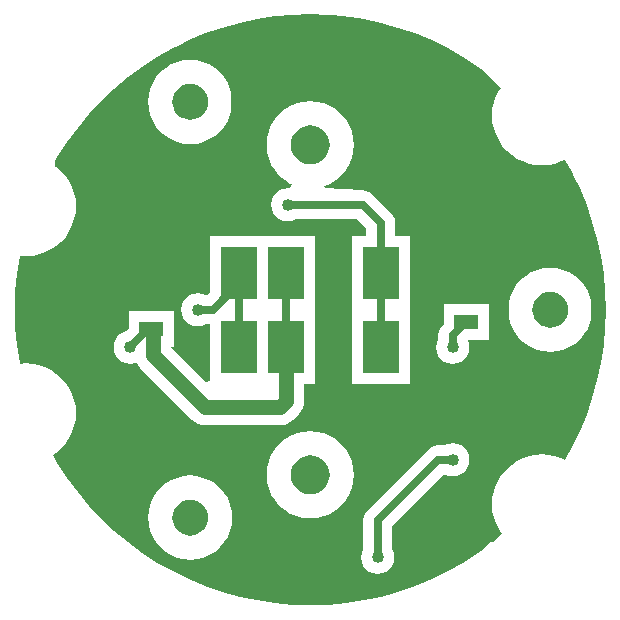
<source format=gbl>
%FSLAX25Y25*%
%MOIN*%
G70*
G01*
G75*
G04 Layer_Physical_Order=2*
G04 Layer_Color=65280*
%ADD10P,0.08352X4X360.0*%
%ADD11P,0.08352X4X270.0*%
%ADD12P,0.08352X4X75.0*%
%ADD13P,0.08352X4X115.0*%
%ADD14P,0.08352X4X155.0*%
%ADD15P,0.08352X4X195.0*%
%ADD16P,0.08352X4X235.0*%
%ADD17P,0.08352X4X275.0*%
%ADD18R,0.05906X0.05906*%
%ADD19P,0.08352X4X355.0*%
%ADD20P,0.08352X4X395.0*%
%ADD21R,0.05906X0.05906*%
%ADD22C,0.02500*%
%ADD23C,0.04000*%
%ADD24R,0.12205X0.17716*%
%ADD25R,0.08000X0.05000*%
%ADD26C,0.05000*%
G36*
X1405947Y1098314D02*
X1411872Y1097776D01*
X1412288Y1097712D01*
X1412500Y1097500D01*
X1413683D01*
X1417754Y1096880D01*
X1423571Y1095632D01*
X1429302Y1094034D01*
X1434926Y1092093D01*
X1440423Y1089816D01*
X1445772Y1087212D01*
X1450955Y1084289D01*
X1455951Y1081059D01*
X1457807Y1079693D01*
X1463459Y1074041D01*
X1462823Y1073090D01*
X1461863Y1071141D01*
X1461164Y1069084D01*
X1460740Y1066953D01*
X1460598Y1064785D01*
X1460740Y1062617D01*
X1461164Y1060486D01*
X1461863Y1058429D01*
X1462823Y1056480D01*
X1464031Y1054674D01*
X1465463Y1053040D01*
X1467097Y1051608D01*
X1468903Y1050401D01*
X1470852Y1049440D01*
X1472909Y1048742D01*
X1475040Y1048318D01*
X1477208Y1048176D01*
X1479376Y1048318D01*
X1481507Y1048742D01*
X1483564Y1049440D01*
X1484800Y1050049D01*
X1487212Y1045772D01*
X1487500Y1045181D01*
Y1045000D01*
X1487671Y1044829D01*
X1489816Y1040423D01*
X1492093Y1034926D01*
X1494034Y1029302D01*
X1495632Y1023571D01*
X1496880Y1017754D01*
X1497776Y1011872D01*
X1498314Y1005947D01*
X1498494Y1000000D01*
X1498314Y994053D01*
X1497776Y988128D01*
X1496880Y982246D01*
X1495632Y976429D01*
X1494034Y970698D01*
X1492093Y965074D01*
X1489816Y959577D01*
X1487212Y954228D01*
X1484800Y949951D01*
X1483564Y950560D01*
X1481507Y951258D01*
X1479376Y951682D01*
X1477208Y951824D01*
X1475040Y951682D01*
X1472909Y951258D01*
X1470852Y950560D01*
X1468903Y949599D01*
X1467097Y948392D01*
X1465463Y946960D01*
X1464031Y945326D01*
X1462823Y943520D01*
X1461863Y941571D01*
X1461164Y939514D01*
X1460740Y937383D01*
X1460598Y935215D01*
X1460740Y933047D01*
X1461164Y930916D01*
X1461863Y928859D01*
X1462823Y926910D01*
X1463986Y925170D01*
X1460782Y922500D01*
X1460000D01*
X1457807Y920307D01*
X1455951Y918941D01*
X1450955Y915711D01*
X1445772Y912788D01*
X1440423Y910184D01*
X1434926Y907907D01*
X1429302Y905966D01*
X1423571Y904368D01*
X1417754Y903120D01*
X1411872Y902224D01*
X1405947Y901686D01*
X1400000Y901506D01*
X1394053Y901686D01*
X1388128Y902224D01*
X1382246Y903120D01*
X1376429Y904368D01*
X1370698Y905966D01*
X1365074Y907907D01*
X1359577Y910184D01*
X1354228Y912788D01*
X1349045Y915711D01*
X1344049Y918941D01*
X1339257Y922467D01*
X1334687Y926276D01*
X1330354Y930354D01*
X1326276Y934687D01*
X1322467Y939257D01*
X1318941Y944049D01*
X1315711Y949045D01*
X1314272Y951597D01*
X1315402Y952352D01*
X1317035Y953784D01*
X1318468Y955418D01*
X1319675Y957224D01*
X1320636Y959173D01*
X1321334Y961230D01*
X1321758Y963361D01*
X1321900Y965529D01*
X1321758Y967697D01*
X1321334Y969827D01*
X1320636Y971885D01*
X1319675Y973833D01*
X1318468Y975640D01*
X1317035Y977273D01*
X1315402Y978706D01*
X1313595Y979913D01*
X1311647Y980874D01*
X1309590Y981572D01*
X1307459Y981996D01*
X1305291Y982138D01*
X1303173Y981999D01*
X1303120Y982246D01*
X1302224Y988128D01*
X1301686Y994053D01*
X1301506Y1000000D01*
X1301686Y1005947D01*
X1302224Y1011872D01*
X1303120Y1017754D01*
X1303173Y1018001D01*
X1305291Y1017862D01*
X1307459Y1018004D01*
X1309590Y1018428D01*
X1311647Y1019126D01*
X1313595Y1020087D01*
X1315402Y1021294D01*
X1317035Y1022727D01*
X1318468Y1024360D01*
X1319675Y1026167D01*
X1320636Y1028115D01*
X1321334Y1030173D01*
X1321758Y1032303D01*
X1321900Y1034471D01*
X1321758Y1036639D01*
X1321334Y1038770D01*
X1320636Y1040827D01*
X1319675Y1042776D01*
X1318468Y1044582D01*
X1317035Y1046216D01*
X1315402Y1047648D01*
X1315000Y1047917D01*
Y1049694D01*
X1315711Y1050955D01*
X1318941Y1055951D01*
X1322467Y1060743D01*
X1326276Y1065313D01*
X1330354Y1069646D01*
X1334687Y1073724D01*
X1339257Y1077533D01*
X1344049Y1081059D01*
X1349045Y1084289D01*
X1354228Y1087212D01*
X1354819Y1087500D01*
X1355000D01*
X1355171Y1087671D01*
X1359577Y1089816D01*
X1365074Y1092093D01*
X1370698Y1094034D01*
X1376429Y1095632D01*
X1382246Y1096880D01*
X1388128Y1097776D01*
X1394053Y1098314D01*
X1400000Y1098494D01*
X1405947Y1098314D01*
D02*
G37*
%LPC*%
G36*
X1480000Y1014043D02*
X1477803Y1013870D01*
X1475660Y1013356D01*
X1473625Y1012513D01*
X1471746Y1011361D01*
X1470070Y1009930D01*
X1468639Y1008254D01*
X1467487Y1006376D01*
X1466644Y1004340D01*
X1466130Y1002197D01*
X1465957Y1000000D01*
X1466130Y997803D01*
X1466644Y995660D01*
X1467487Y993624D01*
X1468639Y991746D01*
X1470070Y990070D01*
X1471746Y988639D01*
X1473625Y987487D01*
X1475660Y986644D01*
X1477803Y986130D01*
X1480000Y985957D01*
X1482197Y986130D01*
X1484340Y986644D01*
X1486376Y987487D01*
X1488254Y988639D01*
X1489930Y990070D01*
X1491361Y991746D01*
X1492513Y993624D01*
X1493356Y995660D01*
X1493870Y997803D01*
X1494043Y1000000D01*
X1493870Y1002197D01*
X1493356Y1004340D01*
X1492513Y1006376D01*
X1491361Y1008254D01*
X1489930Y1009930D01*
X1488254Y1011361D01*
X1486376Y1012513D01*
X1484340Y1013356D01*
X1482197Y1013870D01*
X1480000Y1014043D01*
D02*
G37*
G36*
X1400000Y959545D02*
X1397725Y959366D01*
X1395505Y958833D01*
X1393397Y957959D01*
X1391451Y956767D01*
X1389715Y955285D01*
X1388233Y953549D01*
X1387041Y951603D01*
X1386167Y949495D01*
X1385634Y947275D01*
X1385455Y945000D01*
X1385634Y942725D01*
X1386167Y940505D01*
X1387041Y938397D01*
X1388233Y936451D01*
X1389715Y934715D01*
X1391451Y933233D01*
X1393397Y932041D01*
X1395505Y931167D01*
X1397725Y930634D01*
X1400000Y930455D01*
X1402275Y930634D01*
X1404495Y931167D01*
X1406603Y932041D01*
X1408549Y933233D01*
X1410285Y934715D01*
X1411767Y936451D01*
X1412959Y938397D01*
X1413833Y940505D01*
X1414366Y942725D01*
X1414545Y945000D01*
X1414366Y947275D01*
X1413833Y949495D01*
X1412959Y951603D01*
X1411767Y953549D01*
X1410285Y955285D01*
X1408549Y956767D01*
X1406603Y957959D01*
X1404495Y958833D01*
X1402275Y959366D01*
X1400000Y959545D01*
D02*
G37*
G36*
X1447500Y955548D02*
X1446064Y955358D01*
X1444726Y954804D01*
X1444709Y954791D01*
X1442500D01*
X1441260Y954628D01*
X1440104Y954149D01*
X1439112Y953388D01*
X1419112Y933388D01*
X1418351Y932395D01*
X1418211Y932057D01*
X1417872Y931240D01*
X1417709Y930000D01*
Y920291D01*
X1417696Y920274D01*
X1417142Y918936D01*
X1416953Y917500D01*
X1417142Y916064D01*
X1417696Y914726D01*
X1418577Y913577D01*
X1419726Y912696D01*
X1421064Y912142D01*
X1422500Y911952D01*
X1423936Y912142D01*
X1425274Y912696D01*
X1426423Y913577D01*
X1427304Y914726D01*
X1427858Y916064D01*
X1428047Y917500D01*
X1427858Y918936D01*
X1427304Y920274D01*
X1427291Y920291D01*
Y928016D01*
X1444485Y945209D01*
X1444709D01*
X1444726Y945196D01*
X1446064Y944642D01*
X1447500Y944452D01*
X1448936Y944642D01*
X1450274Y945196D01*
X1451423Y946077D01*
X1452304Y947226D01*
X1452858Y948564D01*
X1453047Y950000D01*
X1452858Y951436D01*
X1452304Y952774D01*
X1451423Y953923D01*
X1450274Y954804D01*
X1448936Y955358D01*
X1447500Y955548D01*
D02*
G37*
G36*
X1459500Y1002000D02*
X1444500D01*
Y995275D01*
X1444112Y994888D01*
X1443351Y993896D01*
X1443211Y993557D01*
X1442872Y992740D01*
X1442709Y991500D01*
Y990291D01*
X1442696Y990274D01*
X1442142Y988936D01*
X1441953Y987500D01*
X1442142Y986064D01*
X1442696Y984726D01*
X1443577Y983577D01*
X1444726Y982696D01*
X1446064Y982142D01*
X1447500Y981952D01*
X1448936Y982142D01*
X1450274Y982696D01*
X1451423Y983577D01*
X1452304Y984726D01*
X1452858Y986064D01*
X1453047Y987500D01*
X1452858Y988936D01*
X1452522Y989747D01*
X1452775Y990000D01*
X1459500D01*
Y1002000D01*
D02*
G37*
G36*
X1401602Y1024465D02*
X1366650D01*
Y1005925D01*
X1365516Y1004791D01*
X1365291D01*
X1365274Y1004804D01*
X1363936Y1005358D01*
X1362500Y1005548D01*
X1361064Y1005358D01*
X1359726Y1004804D01*
X1358577Y1003923D01*
X1357696Y1002774D01*
X1357142Y1001436D01*
X1356952Y1000000D01*
X1357142Y998564D01*
X1357696Y997226D01*
X1358577Y996077D01*
X1359726Y995196D01*
X1361064Y994642D01*
X1362500Y994452D01*
X1363936Y994642D01*
X1365274Y995196D01*
X1365291Y995209D01*
X1366650D01*
Y976337D01*
X1365264Y975763D01*
X1353529Y987497D01*
Y987500D01*
X1354500D01*
Y999500D01*
X1347295D01*
X1347000Y999529D01*
X1346705Y999500D01*
X1339500D01*
Y993775D01*
X1338586Y992861D01*
X1338564Y992858D01*
X1337226Y992304D01*
X1336077Y991423D01*
X1335196Y990274D01*
X1334642Y988936D01*
X1334453Y987500D01*
X1334642Y986064D01*
X1335196Y984726D01*
X1336077Y983577D01*
X1337226Y982696D01*
X1338564Y982142D01*
X1340000Y981952D01*
X1341436Y982142D01*
X1342082Y982409D01*
X1342487Y981650D01*
X1343237Y980737D01*
X1343237Y980737D01*
X1343237Y980737D01*
X1360737Y963237D01*
Y963237D01*
D01*
D01*
X1360737Y963237D01*
Y963237D01*
D01*
Y963237D01*
X1360737Y963237D01*
X1361650Y962487D01*
X1362693Y961930D01*
D01*
X1362693D01*
X1362693Y961930D01*
D01*
D01*
D01*
X1362693D01*
D01*
D01*
X1362693D01*
D01*
D01*
Y961930D01*
X1363824Y961587D01*
X1365000Y961471D01*
X1390000D01*
X1391176Y961587D01*
X1392307Y961930D01*
Y961930D01*
X1392307D01*
X1392307Y961930D01*
X1392307D01*
Y961930D01*
D01*
D01*
D01*
Y961930D01*
D01*
D01*
D01*
D01*
D01*
Y961930D01*
D01*
D01*
X1392307D01*
D01*
X1393350Y962487D01*
X1394263Y963237D01*
Y963237D01*
X1394263D01*
D01*
D01*
D01*
D01*
D01*
D01*
X1394263D01*
D01*
X1394263D01*
Y963237D01*
D01*
D01*
D01*
D01*
Y963237D01*
D01*
D01*
D01*
Y963237D01*
D01*
D01*
X1394263D01*
D01*
D01*
D01*
D01*
D01*
X1396263Y965237D01*
Y965237D01*
D01*
D01*
D01*
X1396263Y965237D01*
Y965237D01*
D01*
D01*
Y965237D01*
X1396263D01*
D01*
D01*
X1396263D01*
D01*
D01*
Y965237D01*
D01*
D01*
D01*
Y965237D01*
D01*
D01*
X1396263D01*
D01*
X1396263Y965237D01*
D01*
D01*
X1397013Y966150D01*
X1397570Y967193D01*
Y967193D01*
X1397570D01*
D01*
D01*
D01*
D01*
X1397570D01*
D01*
D01*
D01*
Y967193D01*
X1397570D01*
D01*
Y967193D01*
D01*
D01*
D01*
D01*
D01*
D01*
D01*
D01*
D01*
D01*
D01*
D01*
Y967193D01*
D01*
X1397570D01*
D01*
D01*
D01*
D01*
X1397570Y967193D01*
X1397913Y968324D01*
X1398029Y969500D01*
D01*
D01*
D01*
D01*
D01*
X1398029D01*
D01*
D01*
D01*
Y969500D01*
X1398029D01*
D01*
Y969500D01*
D01*
D01*
D01*
D01*
D01*
D01*
D01*
D01*
D01*
D01*
D01*
D01*
Y969500D01*
D01*
X1398029D01*
D01*
D01*
D01*
D01*
X1398029Y969500D01*
Y975142D01*
X1401602D01*
Y999748D01*
Y1024465D01*
D02*
G37*
G36*
X1360000Y1083325D02*
X1357803Y1083152D01*
X1355660Y1082638D01*
X1353625Y1081795D01*
X1351746Y1080643D01*
X1350070Y1079212D01*
X1348639Y1077536D01*
X1347487Y1075658D01*
X1346644Y1073622D01*
X1346130Y1071479D01*
X1345957Y1069282D01*
X1346130Y1067085D01*
X1346644Y1064942D01*
X1347487Y1062906D01*
X1348639Y1061028D01*
X1350070Y1059352D01*
X1351746Y1057921D01*
X1353625Y1056769D01*
X1355660Y1055926D01*
X1357803Y1055412D01*
X1360000Y1055239D01*
X1362197Y1055412D01*
X1364340Y1055926D01*
X1366376Y1056769D01*
X1368254Y1057921D01*
X1369930Y1059352D01*
X1371361Y1061028D01*
X1372513Y1062906D01*
X1373356Y1064942D01*
X1373870Y1067085D01*
X1374043Y1069282D01*
X1373870Y1071479D01*
X1373356Y1073622D01*
X1372513Y1075658D01*
X1371361Y1077536D01*
X1369930Y1079212D01*
X1368254Y1080643D01*
X1366376Y1081795D01*
X1364340Y1082638D01*
X1362197Y1083152D01*
X1360000Y1083325D01*
D02*
G37*
G36*
X1400000Y1069545D02*
X1397725Y1069366D01*
X1395505Y1068833D01*
X1393397Y1067959D01*
X1391451Y1066767D01*
X1389715Y1065285D01*
X1388233Y1063549D01*
X1387041Y1061603D01*
X1386167Y1059495D01*
X1385634Y1057275D01*
X1385455Y1055000D01*
X1385634Y1052725D01*
X1386167Y1050505D01*
X1387041Y1048397D01*
X1388233Y1046451D01*
X1389715Y1044715D01*
X1391451Y1043233D01*
X1393397Y1042041D01*
X1393790Y1041878D01*
X1393402Y1040429D01*
X1392500Y1040547D01*
X1391064Y1040358D01*
X1389726Y1039804D01*
X1388577Y1038923D01*
X1387696Y1037774D01*
X1387142Y1036436D01*
X1386952Y1035000D01*
X1387142Y1033564D01*
X1387696Y1032226D01*
X1388577Y1031077D01*
X1389726Y1030196D01*
X1391064Y1029642D01*
X1392500Y1029453D01*
X1393936Y1029642D01*
X1395274Y1030196D01*
X1395291Y1030209D01*
X1415516D01*
X1418705Y1027019D01*
Y1024465D01*
X1413894D01*
Y999748D01*
Y975142D01*
X1433098D01*
Y999748D01*
Y1024465D01*
X1428287D01*
Y1029004D01*
X1428124Y1030244D01*
X1427645Y1031399D01*
X1426884Y1032392D01*
X1420888Y1038388D01*
D01*
X1420888Y1038388D01*
D01*
D01*
D01*
X1420888Y1038388D01*
X1420888Y1038388D01*
X1419895Y1039149D01*
X1419557Y1039289D01*
X1418740Y1039628D01*
X1417500Y1039791D01*
X1417500D01*
X1404860Y1040582D01*
X1404724Y1041262D01*
X1406603Y1042041D01*
X1408549Y1043233D01*
X1410285Y1044715D01*
X1411767Y1046451D01*
X1412959Y1048397D01*
X1413833Y1050505D01*
X1414366Y1052725D01*
X1414545Y1055000D01*
X1414366Y1057275D01*
X1413833Y1059495D01*
X1412959Y1061603D01*
X1411767Y1063549D01*
X1410285Y1065285D01*
X1408549Y1066767D01*
X1406603Y1067959D01*
X1404495Y1068833D01*
X1402275Y1069366D01*
X1400000Y1069545D01*
D02*
G37*
G36*
X1360000Y944761D02*
X1357803Y944588D01*
X1355660Y944074D01*
X1353625Y943231D01*
X1351746Y942079D01*
X1350070Y940648D01*
X1348639Y938972D01*
X1347487Y937094D01*
X1346644Y935058D01*
X1346130Y932915D01*
X1345957Y930718D01*
X1346130Y928521D01*
X1346644Y926378D01*
X1347487Y924342D01*
X1348639Y922464D01*
X1350070Y920788D01*
X1351746Y919357D01*
X1353625Y918205D01*
X1355660Y917362D01*
X1357803Y916848D01*
X1360000Y916675D01*
X1362197Y916848D01*
X1364340Y917362D01*
X1366376Y918205D01*
X1368254Y919357D01*
X1369930Y920788D01*
X1371361Y922464D01*
X1372513Y924342D01*
X1373356Y926378D01*
X1373870Y928521D01*
X1374043Y930718D01*
X1373870Y932915D01*
X1373356Y935058D01*
X1372513Y937094D01*
X1371361Y938972D01*
X1369930Y940648D01*
X1368254Y942079D01*
X1366376Y943231D01*
X1364340Y944074D01*
X1362197Y944588D01*
X1360000Y944761D01*
D02*
G37*
%LPD*%
G36*
X1361166Y936581D02*
X1362288Y936240D01*
X1363321Y935688D01*
X1364227Y934945D01*
X1364970Y934039D01*
X1365523Y933006D01*
X1365863Y931884D01*
X1365978Y930718D01*
X1365863Y929552D01*
X1365523Y928430D01*
X1364970Y927397D01*
X1364227Y926491D01*
X1363321Y925748D01*
X1362288Y925195D01*
X1361166Y924855D01*
X1360000Y924740D01*
X1358834Y924855D01*
X1357712Y925195D01*
X1356679Y925748D01*
X1355773Y926491D01*
X1355030Y927397D01*
X1354477Y928430D01*
X1354137Y929552D01*
X1354022Y930718D01*
X1354137Y931884D01*
X1354477Y933006D01*
X1355030Y934039D01*
X1355773Y934945D01*
X1356679Y935688D01*
X1357712Y936240D01*
X1358834Y936581D01*
X1360000Y936696D01*
X1361166Y936581D01*
D02*
G37*
G36*
X1401264Y951355D02*
X1402480Y950987D01*
X1403600Y950388D01*
X1404582Y949582D01*
X1405388Y948600D01*
X1405987Y947480D01*
X1406355Y946264D01*
X1406480Y945000D01*
X1406355Y943736D01*
X1405987Y942520D01*
X1405388Y941400D01*
X1404582Y940418D01*
X1403600Y939612D01*
X1402480Y939013D01*
X1401264Y938645D01*
X1400000Y938520D01*
X1398736Y938645D01*
X1397520Y939013D01*
X1396400Y939612D01*
X1395418Y940418D01*
X1394612Y941400D01*
X1394013Y942520D01*
X1393645Y943736D01*
X1393520Y945000D01*
X1393645Y946264D01*
X1394013Y947480D01*
X1394612Y948600D01*
X1395418Y949582D01*
X1396400Y950388D01*
X1397520Y950987D01*
X1398736Y951355D01*
X1400000Y951480D01*
X1401264Y951355D01*
D02*
G37*
G36*
X1361166Y1075145D02*
X1362288Y1074805D01*
X1363321Y1074252D01*
X1364227Y1073509D01*
X1364970Y1072603D01*
X1365523Y1071570D01*
X1365863Y1070448D01*
X1365978Y1069282D01*
X1365863Y1068116D01*
X1365523Y1066994D01*
X1364970Y1065961D01*
X1364227Y1065055D01*
X1363321Y1064312D01*
X1362288Y1063760D01*
X1361166Y1063419D01*
X1360000Y1063304D01*
X1358834Y1063419D01*
X1357712Y1063760D01*
X1356679Y1064312D01*
X1355773Y1065055D01*
X1355030Y1065961D01*
X1354477Y1066994D01*
X1354137Y1068116D01*
X1354022Y1069282D01*
X1354137Y1070448D01*
X1354477Y1071570D01*
X1355030Y1072603D01*
X1355773Y1073509D01*
X1356679Y1074252D01*
X1357712Y1074805D01*
X1358834Y1075145D01*
X1360000Y1075260D01*
X1361166Y1075145D01*
D02*
G37*
G36*
X1401264Y1061355D02*
X1402480Y1060987D01*
X1403600Y1060388D01*
X1404582Y1059582D01*
X1405388Y1058600D01*
X1405987Y1057480D01*
X1406355Y1056264D01*
X1406480Y1055000D01*
X1406355Y1053736D01*
X1405987Y1052520D01*
X1405388Y1051400D01*
X1404582Y1050418D01*
X1403600Y1049612D01*
X1402480Y1049013D01*
X1401264Y1048645D01*
X1400000Y1048520D01*
X1398736Y1048645D01*
X1397520Y1049013D01*
X1396400Y1049612D01*
X1395418Y1050418D01*
X1394612Y1051400D01*
X1394013Y1052520D01*
X1393645Y1053736D01*
X1393520Y1055000D01*
X1393645Y1056264D01*
X1394013Y1057480D01*
X1394612Y1058600D01*
X1395418Y1059582D01*
X1396400Y1060388D01*
X1397520Y1060987D01*
X1398736Y1061355D01*
X1400000Y1061480D01*
X1401264Y1061355D01*
D02*
G37*
G36*
X1481166Y1005863D02*
X1482288Y1005523D01*
X1483321Y1004970D01*
X1484227Y1004227D01*
X1484970Y1003321D01*
X1485523Y1002287D01*
X1485863Y1001166D01*
X1485978Y1000000D01*
X1485863Y998834D01*
X1485523Y997713D01*
X1484970Y996679D01*
X1484227Y995773D01*
X1483321Y995030D01*
X1482288Y994477D01*
X1481166Y994137D01*
X1480000Y994022D01*
X1478834Y994137D01*
X1477713Y994477D01*
X1476679Y995030D01*
X1475773Y995773D01*
X1475030Y996679D01*
X1474477Y997713D01*
X1474137Y998834D01*
X1474022Y1000000D01*
X1474137Y1001166D01*
X1474477Y1002287D01*
X1475030Y1003321D01*
X1475773Y1004227D01*
X1476679Y1004970D01*
X1477713Y1005523D01*
X1478834Y1005863D01*
X1480000Y1005978D01*
X1481166Y1005863D01*
D02*
G37*
D22*
X1417500Y1035000D02*
X1423496Y1029004D01*
X1392500Y1035000D02*
X1417500D01*
X1367500Y1000000D02*
X1376252Y1008752D01*
X1362500Y1000000D02*
X1367500D01*
X1376252Y987500D02*
Y1012106D01*
X1392000Y987500D02*
Y1012106D01*
X1447500Y991500D02*
X1452000Y996000D01*
X1447500Y987500D02*
Y991500D01*
X1346000Y993500D02*
X1347000D01*
X1340000Y987500D02*
X1346000Y993500D01*
X1442500Y950000D02*
X1447500D01*
X1422500Y930000D02*
X1442500Y950000D01*
X1422500Y917500D02*
Y930000D01*
X1457500Y935000D02*
Y950000D01*
X1477500Y970000D02*
X1487500D01*
X1490000Y972500D01*
Y987500D01*
X1495000Y992500D01*
Y1012500D01*
X1487500Y1020000D02*
X1495000Y1012500D01*
X1487500Y1020000D02*
Y1035000D01*
X1480000Y1042500D02*
X1487500Y1035000D01*
X1460000Y1042500D02*
X1480000D01*
X1445000Y1057500D02*
Y1082500D01*
X1382500Y1092500D02*
X1392500Y1082500D01*
X1375000Y1085000D02*
X1382500Y1092500D01*
X1335000Y1050000D02*
X1375000D01*
X1327500Y1057500D02*
X1335000Y1050000D01*
X1327500Y1057500D02*
Y1060000D01*
X1445000Y1057500D02*
X1460000Y1042500D01*
X1375000Y1050000D02*
Y1085000D01*
X1392500Y1082500D02*
X1445000D01*
X1457500Y950000D02*
X1477500Y970000D01*
X1335000Y1016500D02*
Y1050000D01*
Y1016500D02*
X1347000Y1004500D01*
X1307500Y1000000D02*
X1318500D01*
X1335000Y1016500D01*
X1318500Y1000000D02*
X1330000Y988500D01*
Y937500D02*
Y988500D01*
X1407748Y969752D02*
X1412500Y965000D01*
X1460000Y1007500D02*
X1465000Y1002500D01*
X1452500Y1007500D02*
X1460000D01*
X1452000Y1007000D02*
X1452500Y1007500D01*
X1450000Y965000D02*
X1465000Y980000D01*
Y1002500D01*
X1452000Y1007000D02*
Y1034500D01*
X1460000Y1042500D01*
X1410000Y1014358D02*
Y1022500D01*
X1407748Y1012106D02*
X1410000Y1014358D01*
X1347000Y1004500D02*
X1362500Y1020000D01*
X1417500Y955000D02*
Y965000D01*
X1407748Y969752D02*
Y1012106D01*
X1412500Y965000D02*
X1450000D01*
X1423496Y987500D02*
Y1029004D01*
D23*
X1422500Y917500D02*
D03*
X1307500Y1000000D02*
D03*
X1327500Y1060000D02*
D03*
X1382500Y1092500D02*
D03*
X1445000Y1082500D02*
D03*
X1487500Y1035000D02*
D03*
Y970000D02*
D03*
X1457500Y935000D02*
D03*
X1362500Y1000000D02*
D03*
X1392500Y1035000D02*
D03*
X1447500Y987500D02*
D03*
X1340000D02*
D03*
X1447500Y950000D02*
D03*
X1330000Y937500D02*
D03*
X1410000Y1022500D02*
D03*
X1362500Y1020000D02*
D03*
X1417500Y955000D02*
D03*
D24*
X1376252Y1012106D02*
D03*
Y987500D02*
D03*
X1392000Y1012106D02*
D03*
X1407748D02*
D03*
X1423496D02*
D03*
X1392000Y987500D02*
D03*
X1407748D02*
D03*
X1423496D02*
D03*
D25*
X1347000Y1004500D02*
D03*
Y993500D02*
D03*
X1452000Y1007000D02*
D03*
Y996000D02*
D03*
D26*
X1392000Y969500D02*
Y987500D01*
X1390000Y967500D02*
X1392000Y969500D01*
X1365000Y967500D02*
X1390000D01*
X1347500Y985000D02*
X1365000Y967500D01*
X1347500Y985000D02*
Y993000D01*
X1347000Y993500D02*
X1347500Y993000D01*
M02*

</source>
